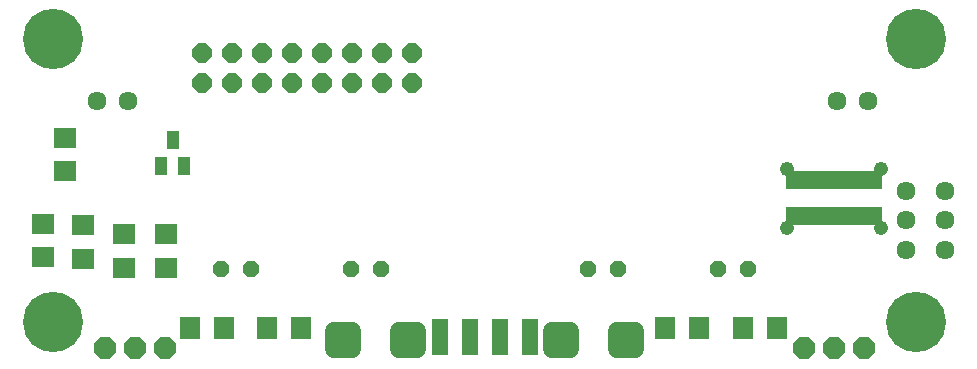
<source format=gts>
G75*
%MOIN*%
%OFA0B0*%
%FSLAX24Y24*%
%IPPOS*%
%LPD*%
%AMOC8*
5,1,8,0,0,1.08239X$1,22.5*
%
%ADD10R,0.0532X0.1221*%
%ADD11C,0.0634*%
%ADD12OC8,0.0560*%
%ADD13C,0.0611*%
%ADD14R,0.0670X0.0750*%
%ADD15R,0.0750X0.0670*%
%ADD16R,0.0434X0.0591*%
%ADD17R,0.3190X0.0631*%
%ADD18C,0.0476*%
%ADD19C,0.2009*%
%ADD20OC8,0.0640*%
%ADD21OC8,0.0749*%
D10*
X014690Y001839D03*
X015690Y001839D03*
X016690Y001839D03*
X017690Y001839D03*
D11*
X030206Y004754D03*
X031505Y004754D03*
X031505Y005739D03*
X030205Y005739D03*
X030206Y006723D03*
X031505Y006723D03*
X028942Y009719D03*
X027918Y009719D03*
X004276Y009719D03*
X003253Y009719D03*
D12*
X007402Y004124D03*
X008402Y004124D03*
X011733Y004124D03*
X012733Y004124D03*
X019607Y004124D03*
X020607Y004124D03*
X023938Y004124D03*
X024938Y004124D03*
D13*
X021199Y002067D02*
X021199Y001457D01*
X020589Y001457D01*
X020589Y002067D01*
X021199Y002067D01*
X020589Y002067D01*
X019034Y002067D02*
X019034Y001457D01*
X018424Y001457D01*
X018424Y002067D01*
X019034Y002067D01*
X018424Y002067D01*
X013916Y002067D02*
X013916Y001457D01*
X013306Y001457D01*
X013306Y002067D01*
X013916Y002067D01*
X013306Y002067D01*
X011751Y002067D02*
X011751Y001457D01*
X011141Y001457D01*
X011141Y002067D01*
X011751Y002067D01*
X011141Y002067D01*
D14*
X010037Y002156D03*
X008917Y002156D03*
X007478Y002156D03*
X006358Y002156D03*
X022185Y002156D03*
X023305Y002156D03*
X024783Y002156D03*
X025903Y002156D03*
D15*
X005540Y004155D03*
X004162Y004155D03*
X002784Y004470D03*
X001446Y004510D03*
X001446Y005629D03*
X002784Y005590D03*
X004162Y005275D03*
X005540Y005275D03*
X002194Y007384D03*
X002194Y008503D03*
D16*
X005402Y007550D03*
X006150Y007550D03*
X005776Y008416D03*
D17*
X027824Y007077D03*
X027824Y005896D03*
D18*
X029398Y005502D03*
X026249Y005502D03*
X026249Y007471D03*
X029398Y007471D03*
D19*
X030540Y011802D03*
X030540Y002353D03*
X001800Y002353D03*
X001800Y011802D03*
D20*
X006765Y011317D03*
X007765Y011317D03*
X008765Y011317D03*
X009765Y011317D03*
X010765Y011317D03*
X011765Y011317D03*
X012765Y011317D03*
X013765Y011317D03*
X013765Y010317D03*
X012765Y010317D03*
X011765Y010317D03*
X010765Y010317D03*
X009765Y010317D03*
X008765Y010317D03*
X007765Y010317D03*
X006765Y010317D03*
D21*
X003517Y001487D03*
X004517Y001487D03*
X005517Y001487D03*
X026824Y001487D03*
X027824Y001487D03*
X028824Y001487D03*
M02*

</source>
